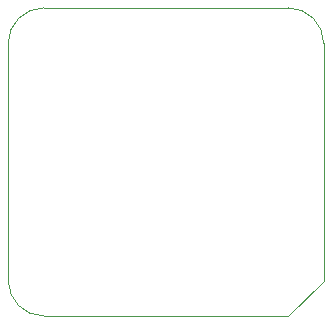
<source format=gm1>
G04 #@! TF.GenerationSoftware,KiCad,Pcbnew,(5.1.2)-1*
G04 #@! TF.CreationDate,2019-11-08T13:50:46+05:30*
G04 #@! TF.ProjectId,TALK,54414c4b-2e6b-4696-9361-645f70636258,rev?*
G04 #@! TF.SameCoordinates,Original*
G04 #@! TF.FileFunction,Profile,NP*
%FSLAX46Y46*%
G04 Gerber Fmt 4.6, Leading zero omitted, Abs format (unit mm)*
G04 Created by KiCad (PCBNEW (5.1.2)-1) date 2019-11-08 13:50:46*
%MOMM*%
%LPD*%
G04 APERTURE LIST*
%ADD10C,0.050000*%
G04 APERTURE END LIST*
D10*
X164889000Y-106701000D02*
X161889000Y-109701000D01*
X161889000Y-109701000D02*
X141178000Y-109701000D01*
X138178000Y-106701000D02*
X138178000Y-86619000D01*
X161889000Y-83619000D02*
X141178000Y-83619000D01*
X164889000Y-106701000D02*
X164889000Y-86619000D01*
X161889000Y-83619000D02*
G75*
G02X164889000Y-86619000I0J-3000000D01*
G01*
X138178000Y-86619000D02*
G75*
G02X141178000Y-83619000I3000000J0D01*
G01*
X141178000Y-109701000D02*
G75*
G02X138178000Y-106701000I0J3000000D01*
G01*
M02*

</source>
